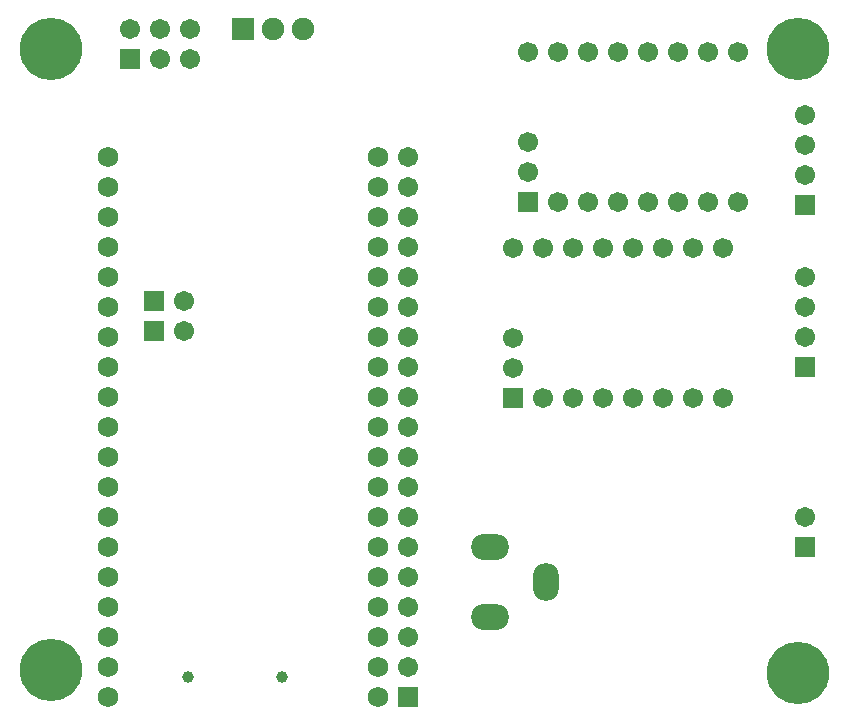
<source format=gbr>
G04 DipTrace 3.3.1.3*
G04 BottomMask.gbr*
%MOIN*%
G04 #@! TF.FileFunction,Soldermask,Bot*
G04 #@! TF.Part,Single*
%ADD51C,0.03937*%
%ADD61C,0.068*%
%ADD67C,0.067*%
%ADD69R,0.067X0.067*%
%ADD71C,0.208*%
%ADD83O,0.08674X0.12611*%
%ADD85O,0.12611X0.08674*%
%ADD87C,0.074929*%
%ADD89R,0.074929X0.074929*%
%ADD91C,0.067055*%
%ADD93R,0.067055X0.067055*%
%FSLAX26Y26*%
G04*
G70*
G90*
G75*
G01*
G04 BotMask*
%LPD*%
D93*
X1718700Y443700D3*
D91*
Y543700D3*
Y643700D3*
Y743700D3*
Y843700D3*
Y943700D3*
Y1043700D3*
Y1143700D3*
Y1243700D3*
Y1343700D3*
Y1443700D3*
Y1543700D3*
Y1643700D3*
Y1743700D3*
Y1843700D3*
Y1943700D3*
Y2043700D3*
Y2143700D3*
Y2243700D3*
D93*
X3043700Y2081200D3*
D91*
Y2181200D3*
Y2281200D3*
Y2381200D3*
D93*
X793700Y2568700D3*
D91*
Y2668700D3*
X893700Y2568700D3*
Y2668700D3*
X993700Y2568700D3*
Y2668700D3*
D93*
X3043700Y1543700D3*
D91*
Y1643700D3*
Y1743700D3*
Y1843700D3*
D89*
X1168700Y2668700D3*
D87*
X1268700D3*
X1368700D3*
D85*
X1993700Y943700D3*
Y707480D3*
D83*
X2178739Y825590D3*
D51*
X985566Y509598D3*
X1300527D3*
D93*
X874949Y1762451D3*
D91*
X974949D3*
D93*
X874949Y1662451D3*
D91*
X974949D3*
D71*
X531495Y531495D3*
X531501Y2603700D3*
X3019700Y523700D3*
Y2603700D3*
D69*
X2068700Y1437451D3*
D67*
X2168700D3*
X2268700D3*
X2368700D3*
X2468700D3*
X2568700D3*
X2668700D3*
X2768700D3*
Y1937451D3*
X2668700D3*
X2568700D3*
X2468700D3*
X2368700D3*
X2268700D3*
X2168700D3*
X2068700D3*
Y1537451D3*
Y1637451D3*
D69*
X2118700Y2093700D3*
D67*
X2218700D3*
X2318700D3*
X2418700D3*
X2518700D3*
X2618700D3*
X2718700D3*
X2818700D3*
Y2593700D3*
X2718700D3*
X2618700D3*
X2518700D3*
X2418700D3*
X2318700D3*
X2218700D3*
X2118700D3*
Y2193700D3*
Y2293700D3*
D61*
X718700Y443700D3*
Y543700D3*
Y643700D3*
Y743700D3*
Y843700D3*
Y943700D3*
Y1043700D3*
Y1143700D3*
Y1243700D3*
Y1343700D3*
Y1443700D3*
Y1543700D3*
Y1643700D3*
Y1743700D3*
Y1843700D3*
Y1943700D3*
Y2043700D3*
Y2143700D3*
Y2243700D3*
X1618700Y443700D3*
Y543700D3*
Y643700D3*
Y743700D3*
Y843700D3*
Y943700D3*
Y1043700D3*
Y1143700D3*
Y1243700D3*
Y1343700D3*
Y1443700D3*
Y1543700D3*
Y1643700D3*
Y1743700D3*
Y1843700D3*
Y1943700D3*
Y2043700D3*
Y2143700D3*
Y2243700D3*
D93*
X3043700Y943700D3*
D91*
Y1043700D3*
M02*

</source>
